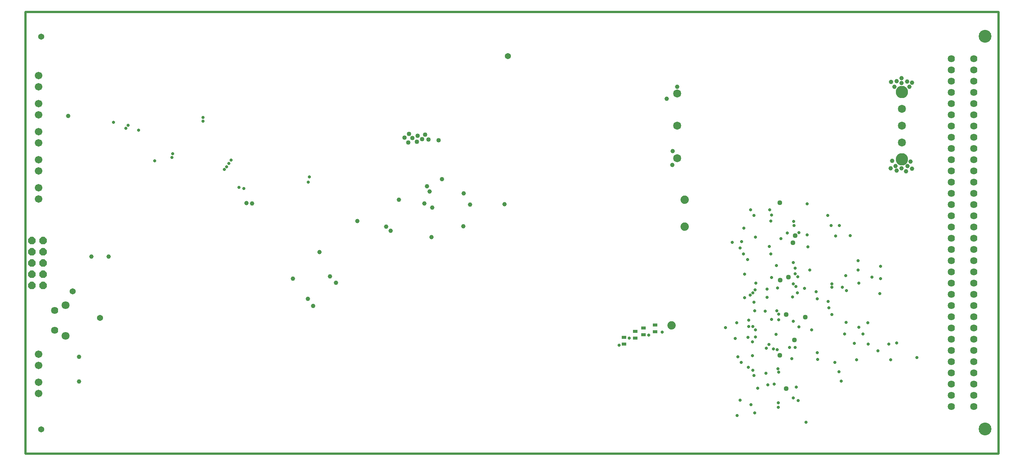
<source format=gbs>
G04 Layer_Color=16711935*
%FSLAX44Y44*%
%MOMM*%
G71*
G01*
G75*
%ADD33C,0.5080*%
%ADD47C,1.0160*%
%ADD63R,1.0016X0.8016*%
%ADD79C,2.8016*%
%ADD80C,1.8256*%
%ADD81C,1.6256*%
%ADD82C,2.9016*%
%ADD83C,1.7016*%
%ADD84P,1.8145X8X112.5*%
%ADD85C,1.8016*%
%ADD86C,1.3716*%
%ADD87C,0.7366*%
%ADD88C,1.0016*%
%ADD89C,1.1176*%
%ADD90C,1.8796*%
D33*
X1016000Y1524000D02*
X3215640D01*
X1016000Y2523998D02*
X3215640D01*
Y1524000D02*
Y2523998D01*
X1016000Y1524000D02*
Y2523998D01*
D47*
X1900682Y2230374D02*
D03*
X1912874Y2236216D02*
D03*
X1890776Y2238756D02*
D03*
X1949704Y2234184D02*
D03*
X1883156Y2248154D02*
D03*
X1918970Y2246630D02*
D03*
X1872996Y2240026D02*
D03*
X1902714Y2243582D02*
D03*
X1881378Y2229104D02*
D03*
X1926590Y2235200D02*
D03*
D63*
X2368550Y1772278D02*
D03*
Y1787278D02*
D03*
X2439416Y1800218D02*
D03*
Y1815218D02*
D03*
X2412492Y1793360D02*
D03*
Y1808360D02*
D03*
X2393950Y1785740D02*
D03*
Y1800740D02*
D03*
D79*
X2997200Y2342842D02*
D03*
Y2190442D02*
D03*
D80*
Y2304742D02*
D03*
Y2266642D02*
D03*
Y2228542D02*
D03*
X2489200Y2266442D02*
D03*
Y2339442D02*
D03*
Y2193442D02*
D03*
D81*
X3159760Y2418588D02*
D03*
Y2393188D02*
D03*
Y2367788D02*
D03*
Y2342388D02*
D03*
Y2316988D02*
D03*
Y2291588D02*
D03*
Y2266188D02*
D03*
Y2240788D02*
D03*
Y2215388D02*
D03*
Y2189988D02*
D03*
Y2164588D02*
D03*
Y2139188D02*
D03*
Y2113788D02*
D03*
Y2088388D02*
D03*
Y2062988D02*
D03*
Y2037588D02*
D03*
Y2012188D02*
D03*
Y1986788D02*
D03*
Y1961388D02*
D03*
Y1935988D02*
D03*
Y1910588D02*
D03*
Y1885188D02*
D03*
Y1859788D02*
D03*
Y1834388D02*
D03*
Y1808988D02*
D03*
Y1783588D02*
D03*
Y1758188D02*
D03*
Y1732788D02*
D03*
Y1707388D02*
D03*
Y1681988D02*
D03*
Y1656588D02*
D03*
Y1631188D02*
D03*
X3108960Y2418588D02*
D03*
Y2393188D02*
D03*
Y2367788D02*
D03*
Y2342388D02*
D03*
Y2316988D02*
D03*
Y2291588D02*
D03*
Y2266188D02*
D03*
Y2240788D02*
D03*
Y2215388D02*
D03*
Y2189988D02*
D03*
Y2164588D02*
D03*
Y2139188D02*
D03*
Y2113788D02*
D03*
Y2088388D02*
D03*
Y2062988D02*
D03*
Y2037588D02*
D03*
Y2012188D02*
D03*
Y1986788D02*
D03*
Y1961388D02*
D03*
Y1935988D02*
D03*
Y1910588D02*
D03*
Y1885188D02*
D03*
Y1859788D02*
D03*
Y1834388D02*
D03*
Y1808988D02*
D03*
Y1783588D02*
D03*
Y1758188D02*
D03*
Y1732788D02*
D03*
Y1707388D02*
D03*
Y1681988D02*
D03*
Y1656588D02*
D03*
Y1631188D02*
D03*
X1081528Y1803252D02*
D03*
Y1848252D02*
D03*
D82*
X3185160Y2469388D02*
D03*
Y1580388D02*
D03*
D83*
X1045464Y2253488D02*
D03*
Y2228088D02*
D03*
Y2291588D02*
D03*
Y2316988D02*
D03*
Y2101088D02*
D03*
Y2126488D02*
D03*
Y1685798D02*
D03*
Y1660398D02*
D03*
Y1749298D02*
D03*
Y1723898D02*
D03*
Y2380488D02*
D03*
Y2355088D02*
D03*
Y2189988D02*
D03*
Y2164588D02*
D03*
D84*
X1055370Y1905508D02*
D03*
X1029970D02*
D03*
X1055370Y1930908D02*
D03*
X1029970D02*
D03*
X1055370Y1956308D02*
D03*
X1029970D02*
D03*
Y1981708D02*
D03*
X1055370D02*
D03*
Y2007108D02*
D03*
X1029970D02*
D03*
D85*
X1106428Y1860802D02*
D03*
Y1790702D02*
D03*
D86*
X1051560Y2468118D02*
D03*
Y1579118D02*
D03*
X2106676Y2424430D02*
D03*
X1122172Y1891792D02*
D03*
X1184658Y1831596D02*
D03*
D87*
X1465072Y2167636D02*
D03*
X2649220Y1787652D02*
D03*
X2660396Y1713484D02*
D03*
X2455164Y1799844D02*
D03*
X2424938Y1792478D02*
D03*
X2380996Y1785874D02*
D03*
X2357628Y1770126D02*
D03*
X2670810Y1672082D02*
D03*
X2624536Y1610446D02*
D03*
X2641600Y1877568D02*
D03*
X2653792Y1883156D02*
D03*
X2715260Y1759966D02*
D03*
X2625852Y1743710D02*
D03*
X2631712Y1645690D02*
D03*
X2641854Y1930341D02*
D03*
X2639753Y2035116D02*
D03*
X2638552Y1976628D02*
D03*
X2782918Y2019874D02*
D03*
X2662428Y1867408D02*
D03*
X2716208Y1898972D02*
D03*
X2749550Y1879346D02*
D03*
X2802951Y1891294D02*
D03*
X2879852Y2017776D02*
D03*
X2847086Y2016760D02*
D03*
X2692146Y1877822D02*
D03*
X2660396Y1812290D02*
D03*
X2743200Y1764538D02*
D03*
X2665984Y1788668D02*
D03*
X2662428Y1701546D02*
D03*
X2664460Y1616515D02*
D03*
X2757932Y1675384D02*
D03*
X2761996Y1925066D02*
D03*
X2784856Y1992630D02*
D03*
X2698496Y2076704D02*
D03*
X2702306Y2064258D02*
D03*
X2700528Y2050796D02*
D03*
X2782992Y2090212D02*
D03*
X1417203Y2285121D02*
D03*
X1417066Y2277110D02*
D03*
X1657858Y2150618D02*
D03*
X1347216Y2194814D02*
D03*
X1348740Y2202942D02*
D03*
X1307592Y2186940D02*
D03*
X1509268Y2124964D02*
D03*
X1498854Y2127504D02*
D03*
X2633726Y1731264D02*
D03*
X2650490Y1826768D02*
D03*
X2690368Y1763268D02*
D03*
X2696210Y1771142D02*
D03*
X2717038Y1716532D02*
D03*
X2718562Y1708658D02*
D03*
X2718054Y1628902D02*
D03*
Y1639824D02*
D03*
X2712974Y1794256D02*
D03*
X2658872Y1777492D02*
D03*
X2659126Y1745742D02*
D03*
X2708656Y1681988D02*
D03*
X2693924Y1680210D02*
D03*
X2792730Y1804416D02*
D03*
X2845562Y1730502D02*
D03*
X2776728Y1898396D02*
D03*
X2762504Y1644904D02*
D03*
X2764028Y1811274D02*
D03*
X2805938Y1752854D02*
D03*
X2751582Y1650746D02*
D03*
X2757170Y1902460D02*
D03*
X2760980Y1888744D02*
D03*
X2909062Y1795272D02*
D03*
X2899410Y1810615D02*
D03*
X2870962Y1821688D02*
D03*
X2967228Y1772412D02*
D03*
X2920746D02*
D03*
X2755646Y1765046D02*
D03*
X2751836Y1909064D02*
D03*
X2871978Y1893062D02*
D03*
X2929382Y1924050D02*
D03*
X2899664Y1910588D02*
D03*
X3030728Y1741678D02*
D03*
X2971292Y1737106D02*
D03*
X2985008Y1774698D02*
D03*
X2806446Y1737868D02*
D03*
X2748280Y1739646D02*
D03*
X2889504Y1774444D02*
D03*
X2854452Y1709420D02*
D03*
X2859532Y1688338D02*
D03*
X2894838Y1737106D02*
D03*
X2942844Y1756918D02*
D03*
X2829052Y2063242D02*
D03*
X2700528Y1976374D02*
D03*
X2780030Y1595120D02*
D03*
X2649982Y1719580D02*
D03*
X2655570Y1635252D02*
D03*
X2697480Y1993138D02*
D03*
X2689352Y1706118D02*
D03*
X2664968Y1894840D02*
D03*
X2660142Y1888490D02*
D03*
X2723388Y2010918D02*
D03*
X2948940Y1948688D02*
D03*
X2898140Y1960880D02*
D03*
X2665984Y2014474D02*
D03*
X2737612Y2023872D02*
D03*
X2752598Y2050288D02*
D03*
X2753360Y2040890D02*
D03*
X2862580Y1900682D02*
D03*
X2714244Y1847850D02*
D03*
X2706370Y1761744D02*
D03*
X2836926Y2040382D02*
D03*
X2805938Y1874520D02*
D03*
X2718816Y1839976D02*
D03*
X2718857Y1827276D02*
D03*
X2702306Y1828546D02*
D03*
X2692400Y1897126D02*
D03*
X2755392Y1931670D02*
D03*
X2702052Y1923288D02*
D03*
X2751328Y1956816D02*
D03*
X2832100Y1854454D02*
D03*
X2830322Y1868678D02*
D03*
X2838958Y1900682D02*
D03*
Y1908556D02*
D03*
X2867660Y1795526D02*
D03*
X2664206Y1847596D02*
D03*
X2687828Y1847088D02*
D03*
X2751582Y1824228D02*
D03*
X2838704Y1839468D02*
D03*
X2948686Y1920494D02*
D03*
X2666492Y1910334D02*
D03*
X2662682Y2063496D02*
D03*
X2655316Y2076704D02*
D03*
X2648458Y1963420D02*
D03*
X2631186Y1990344D02*
D03*
X2666238Y1804670D02*
D03*
X2650490Y1811782D02*
D03*
X2713228Y1950466D02*
D03*
X2855976Y2040382D02*
D03*
X2764282Y2024380D02*
D03*
X2756154Y1944116D02*
D03*
X2869692Y1927098D02*
D03*
X2788920Y1939798D02*
D03*
X2897632Y1940052D02*
D03*
X2947416Y1886712D02*
D03*
X2920238Y1820926D02*
D03*
X1655195Y2139188D02*
D03*
X2624074Y1820418D02*
D03*
X2613914Y2002282D02*
D03*
X2634488Y2004060D02*
D03*
X1470500Y2173986D02*
D03*
X1475501Y2181098D02*
D03*
X1480500Y2188718D02*
D03*
X1271270Y2256790D02*
D03*
X1248156Y2267966D02*
D03*
X1242822Y2261108D02*
D03*
X1215136Y2274316D02*
D03*
X2597912Y1810004D02*
D03*
X2620518Y1784858D02*
D03*
D88*
X1957578Y2146046D02*
D03*
X2006854Y2113534D02*
D03*
X1917762Y2090866D02*
D03*
X3020314Y2169668D02*
D03*
X2971546Y2170684D02*
D03*
X2975356Y2186940D02*
D03*
X3016758Y2185924D02*
D03*
X2985516Y2165096D02*
D03*
X3006090Y2163826D02*
D03*
X3009900Y2175256D02*
D03*
X2982722Y2175764D02*
D03*
X2996184Y2170430D02*
D03*
X3020314Y2363978D02*
D03*
X2996184Y2374138D02*
D03*
X2972816Y2366010D02*
D03*
X3009138Y2366518D02*
D03*
X2985008Y2367280D02*
D03*
X2979928Y2355088D02*
D03*
X3013710D02*
D03*
X2996438Y2363216D02*
D03*
X2478278Y2178304D02*
D03*
X2479294Y2209292D02*
D03*
X1515618Y2091436D02*
D03*
X1528318Y2090928D02*
D03*
X2465070Y2327656D02*
D03*
X2489454Y2355088D02*
D03*
X1923478Y2129472D02*
D03*
X1929384Y2117852D02*
D03*
X1203995Y1970821D02*
D03*
X1165317D02*
D03*
X1620012Y1920240D02*
D03*
X1680464Y1980692D02*
D03*
X1765808Y2050542D02*
D03*
X1860360Y2098866D02*
D03*
X1136650Y1743456D02*
D03*
Y1687830D02*
D03*
X1654302Y1875028D02*
D03*
X1665732Y1858772D02*
D03*
X1704594Y1925320D02*
D03*
X1717802Y1910842D02*
D03*
X1831594Y2038096D02*
D03*
X1840992Y2029206D02*
D03*
X2021078Y2088388D02*
D03*
X2099056Y2088896D02*
D03*
X1112012Y2289048D02*
D03*
X1933702Y2014220D02*
D03*
X1935734Y2081276D02*
D03*
X2005330Y2039366D02*
D03*
D89*
X2735580Y1671574D02*
D03*
X2721356Y1747266D02*
D03*
X2735326Y1839468D02*
D03*
X2722118Y1917446D02*
D03*
X2753868Y1782064D02*
D03*
X2778252Y1833626D02*
D03*
X2740152Y1923796D02*
D03*
X2755900Y2018030D02*
D03*
X2751074Y2001774D02*
D03*
X2720848Y2092706D02*
D03*
D90*
X2505964Y2099310D02*
D03*
X2506218Y2038350D02*
D03*
X2475992Y1814322D02*
D03*
M02*

</source>
